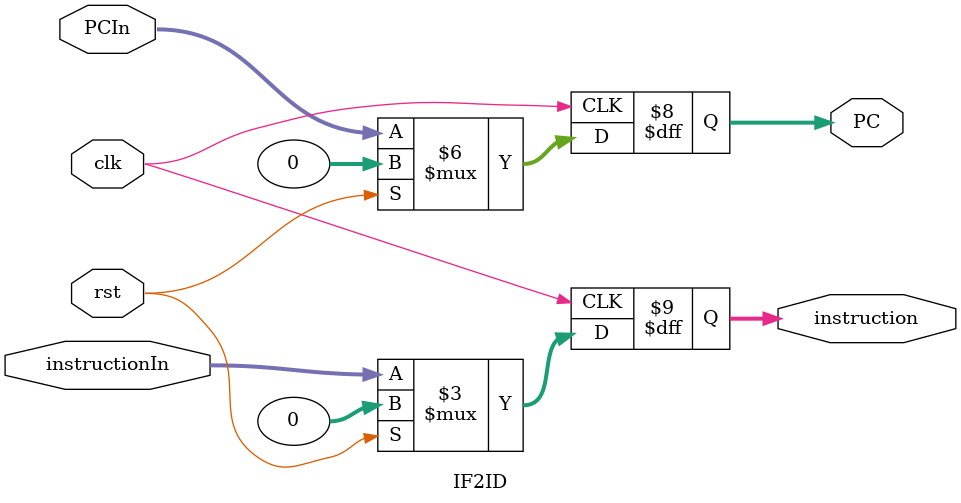
<source format=v>
module IF2ID (clk, rst, PCIn, instructionIn, PC, instruction);
  input clk, rst;
  input [31:0] PCIn, instructionIn;
  output reg [31:0] PC, instruction;

  always @ (posedge clk) begin
    if (rst) begin
      PC <= 0;
      instruction <= 0;
    end
    else begin
          instruction <= instructionIn;
          PC <= PCIn;
    end
  end
endmodule // IF2ID
</source>
